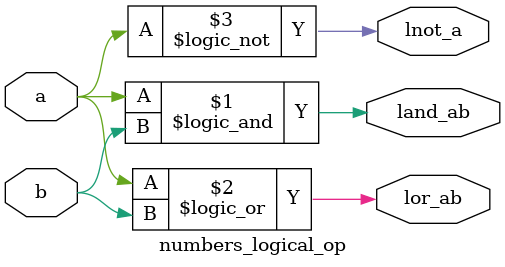
<source format=sv>


module numbers_logical_op (
    input  wire a,
    input  wire b,
    output wire land_ab,
    output wire lor_ab,
    output wire lnot_a
);
    assign land_ab = a && b;
    assign lor_ab  = a || b;
    assign lnot_a  = !a;
endmodule

</source>
